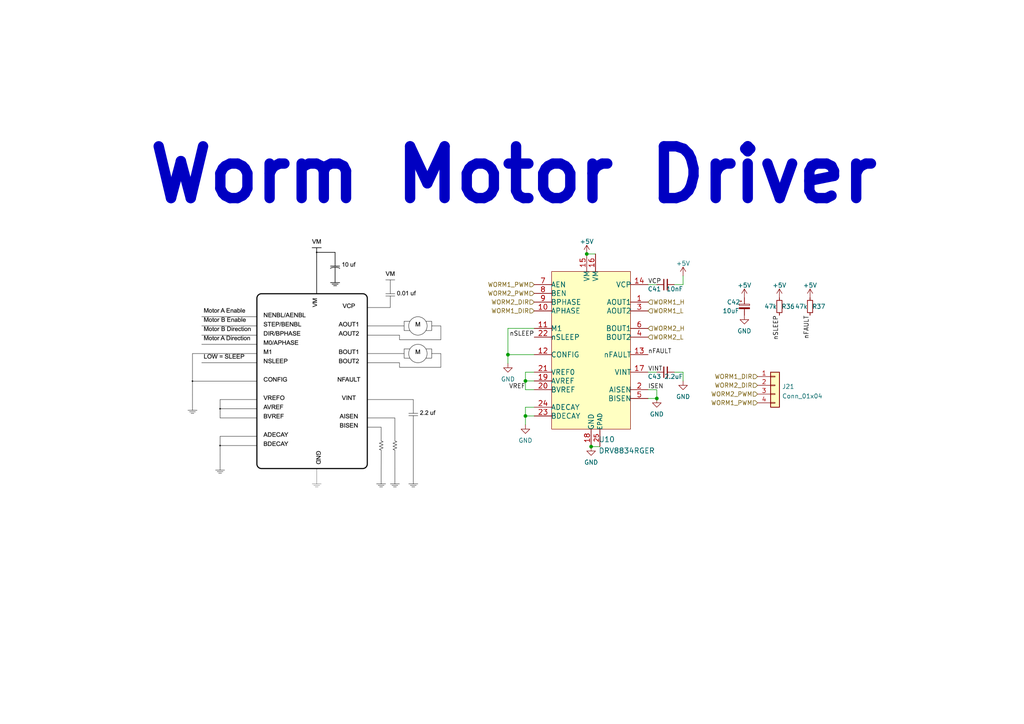
<source format=kicad_sch>
(kicad_sch (version 20211123) (generator eeschema)
  (paper "A4")
  (lib_symbols
    (symbol "Connector_Generic:Conn_01x04" (pin_names (offset 1.016) hide)
      (property "Reference" "J" (at 0 5.08 0))
      (property "Value" "Conn_01x04" (at 0 -7.62 0))
      (symbol "Conn_01x04_1_1"
        (rectangle (start -1.27 -4.953) (end 0 -5.207) (stroke (width 0.1524)))
        (rectangle (start -1.27 -2.413) (end 0 -2.667) (stroke (width 0.1524)))
        (rectangle (start -1.27 0.127) (end 0 -0.127) (stroke (width 0.1524)))
        (rectangle (start -1.27 2.667) (end 0 2.413) (stroke (width 0.1524)))
        (rectangle (start -1.27 3.81) (end 1.27 -6.35) (stroke (width 0.254)) (fill (type background)))
        (pin passive line (at -5.08 2.54 0) (length 3.81) (name "Pin_1") (number "1"))
        (pin passive line (at -5.08 0 0) (length 3.81) (name "Pin_2") (number "2"))
        (pin passive line (at -5.08 -2.54 0) (length 3.81) (name "Pin_3") (number "3"))
        (pin passive line (at -5.08 -5.08 0) (length 3.81) (name "Pin_4") (number "4"))
      )
    )
    (symbol "Device:C_Polarized_Small" (pin_numbers hide) (pin_names (offset 0.254) hide)
      (property "Reference" "C" (at 0.254 1.778 0))
      (property "Value" "C_Polarized_Small" (at 0.254 -2.032 0))
      (symbol "C_Polarized_Small_0_1"
        (rectangle (start -1.524 -0.3048) (end 1.524 -0.6858) (fill (type outline)))
        (rectangle (start -1.524 0.6858) (end 1.524 0.3048))
        (polyline (pts (xy -1.27 1.524) (xy -0.762 1.524)))
        (polyline (pts (xy -1.016 1.27) (xy -1.016 1.778)))
      )
      (symbol "C_Polarized_Small_1_1"
        (pin passive line (at 0 2.54 270) (length 1.8542) (name "~") (number "1"))
        (pin passive line (at 0 -2.54 90) (length 1.8542) (name "~") (number "2"))
      )
    )
    (symbol "Device:C_Small" (pin_numbers hide) (pin_names (offset 0.254) hide)
      (property "Reference" "C" (at 0.254 1.778 0))
      (property "Value" "C_Small" (at 0.254 -2.032 0))
      (symbol "C_Small_0_1"
        (polyline (pts (xy -1.524 -0.508) (xy 1.524 -0.508)) (stroke (width 0.3302)))
        (polyline (pts (xy -1.524 0.508) (xy 1.524 0.508)) (stroke (width 0.3048)))
      )
      (symbol "C_Small_1_1"
        (pin passive line (at 0 2.54 270) (length 2.032) (name "~") (number "1"))
        (pin passive line (at 0 -2.54 90) (length 2.032) (name "~") (number "2"))
      )
    )
    (symbol "Device:R_Small" (pin_numbers hide) (pin_names (offset 0.254) hide)
      (property "Reference" "R" (at 0.762 0.508 0))
      (property "Value" "R_Small" (at 0.762 -1.016 0))
      (symbol "R_Small_0_1"
        (rectangle (start -0.762 1.778) (end 0.762 -1.778) (stroke (width 0.2032)))
      )
      (symbol "R_Small_1_1"
        (pin passive line (at 0 2.54 270) (length 0.762) (name "~") (number "1"))
        (pin passive line (at 0 -2.54 90) (length 0.762) (name "~") (number "2"))
      )
    )
    (symbol "JPW_Symbols:DRV8834RGER" (pin_names (offset -0.254))
      (property "Reference" "U" (at 0 4.445 0))
      (property "Value" "DRV8834RGER" (at 10.795 24.765 0))
      (symbol "DRV8834RGER_1_1"
        (rectangle (start -11.43 24.13) (end 11.43 -21.59) (stroke (width 0.1524)) (fill (type background)))
        (pin output line (at 16.51 15.24 180) (length 5.08) (name "AOUT1") (number "1"))
        (pin input line (at -16.51 12.7 0) (length 5.08) (name "APHASE") (number "10"))
        (pin input line (at -16.51 7.62 0) (length 5.08) (name "M1") (number "11"))
        (pin input line (at -16.51 0 0) (length 5.08) (name "CONFIG") (number "12"))
        (pin input line (at 16.51 0 180) (length 5.08) (name "nFAULT") (number "13"))
        (pin bidirectional line (at 16.51 20.32 180) (length 5.08) (name "VCP") (number "14"))
        (pin power_in line (at -1.27 29.21 270) (length 5.08) (name "VM") (number "15"))
        (pin power_in line (at 1.27 29.21 270) (length 5.08) (name "VM") (number "16"))
        (pin input line (at 16.51 -5.08 180) (length 5.08) (name "VINT") (number "17"))
        (pin power_in line (at 0 -26.67 90) (length 5.08) (name "GND") (number "18"))
        (pin input line (at -16.51 -7.62 0) (length 5.08) (name "AVREF") (number "19"))
        (pin input line (at 16.51 -10.16 180) (length 5.08) (name "AISEN") (number "2"))
        (pin input line (at -16.51 -10.16 0) (length 5.08) (name "BVREF") (number "20"))
        (pin input line (at -16.51 -5.08 0) (length 5.08) (name "VREF0") (number "21"))
        (pin input line (at -16.51 5.08 0) (length 5.08) (name "nSLEEP") (number "22"))
        (pin input line (at -16.51 -17.78 0) (length 5.08) (name "BDECAY") (number "23"))
        (pin input line (at -16.51 -15.24 0) (length 5.08) (name "ADECAY") (number "24"))
        (pin input line (at 2.54 -26.67 90) (length 5.08) (name "EPAD") (number "25"))
        (pin output line (at 16.51 12.7 180) (length 5.08) (name "AOUT2") (number "3"))
        (pin output line (at 16.51 5.08 180) (length 5.08) (name "BOUT2") (number "4"))
        (pin input line (at 16.51 -12.7 180) (length 5.08) (name "BISEN") (number "5"))
        (pin output line (at 16.51 7.62 180) (length 5.08) (name "BOUT1") (number "6"))
        (pin input line (at -16.51 20.32 0) (length 5.08) (name "AEN") (number "7"))
        (pin input line (at -16.51 17.78 0) (length 5.08) (name "BEN") (number "8"))
        (pin input line (at -16.51 15.24 0) (length 5.08) (name "BPHASE") (number "9"))
      )
    )
    (symbol "power:+5V" (power) (pin_names (offset 0))
      (property "Value" "+5V" (at 0 3.556 0))
      (symbol "+5V_0_1"
        (polyline (pts (xy -0.762 1.27) (xy 0 2.54)))
        (polyline (pts (xy 0 0) (xy 0 2.54)))
        (polyline (pts (xy 0 2.54) (xy 0.762 1.27)))
      )
      (symbol "+5V_1_1"
        (pin power_in line (at 0 0 90) (length 0) hide (name "+5V") (number "1"))
      )
    )
    (symbol "power:GND" (power) (pin_names (offset 0))
      (property "Value" "GND" (at 0 -3.81 0))
      (symbol "GND_0_1"
        (polyline (pts (xy 0 0) (xy 0 -1.27) (xy 1.27 -1.27) (xy 0 -2.54) (xy -1.27 -1.27) (xy 0 -1.27)))
      )
      (symbol "GND_1_1"
        (pin power_in line (at 0 0 270) (length 0) hide (name "GND") (number "1"))
      )
    )
  )
  (junction (at 190.5 115.57))
  (junction (at 152.4 120.65))
  (junction (at 170.18 73.66))
  (junction (at 152.4 110.49))
  (junction (at 171.45 129.54))
  (junction (at 147.32 102.87))
  (wire (pts (xy 190.5 113.03) (xy 190.5 115.57)))
  (wire (pts (xy 152.4 120.65) (xy 152.4 123.19)))
  (wire (pts (xy 152.4 118.11) (xy 154.94 118.11)))
  (wire (pts (xy 147.32 95.25) (xy 147.32 102.87)))
  (wire (pts (xy 195.58 107.95) (xy 198.12 107.95)))
  (wire (pts (xy 170.18 73.66) (xy 172.72 73.66)))
  (wire (pts (xy 198.12 82.55) (xy 198.12 80.01)))
  (wire (pts (xy 152.4 107.95) (xy 152.4 110.49)))
  (wire (pts (xy 171.45 129.54) (xy 173.99 129.54)))
  (wire (pts (xy 187.96 113.03) (xy 190.5 113.03)))
  (wire (pts (xy 198.12 107.95) (xy 198.12 110.49)))
  (wire (pts (xy 152.4 110.49) (xy 152.4 113.03)))
  (wire (pts (xy 154.94 107.95) (xy 152.4 107.95)))
  (wire (pts (xy 154.94 120.65) (xy 152.4 120.65)))
  (wire (pts (xy 190.5 115.57) (xy 187.96 115.57)))
  (wire (pts (xy 147.32 102.87) (xy 154.94 102.87)))
  (wire (pts (xy 152.4 110.49) (xy 154.94 110.49)))
  (wire (pts (xy 195.58 82.55) (xy 198.12 82.55)))
  (wire (pts (xy 152.4 120.65) (xy 152.4 118.11)))
  (wire (pts (xy 187.96 107.95) (xy 190.5 107.95)))
  (wire (pts (xy 152.4 113.03) (xy 154.94 113.03)))
  (wire (pts (xy 147.32 102.87) (xy 147.32 105.41)))
  (wire (pts (xy 187.96 82.55) (xy 190.5 82.55)))
  (wire (pts (xy 154.94 95.25) (xy 147.32 95.25)))
  (image (at 91.44 105.41) (scale 0.75))
  (text "Worm Motor Driver" (at 41.91 59.69 0) (effects (font (size 15.0114 15.0114) (thickness 3.0023) bold) (justify left bottom)))
  (label "nFAULT" (at 234.95 91.44 270))
  (label "VREF" (at 152.4 113.03 180))
  (label "ISEN" (at 187.96 113.03 0))
  (label "VCP" (at 187.96 82.55 0))
  (label "nSLEEP" (at 226.06 91.44 270))
  (label "nSLEEP" (at 154.94 97.79 180))
  (label "nFAULT" (at 187.96 102.87 0))
  (label "VINT" (at 187.96 107.95 0))
  (hierarchical_label "WORM1_H" (shape input) (at 187.96 87.63 0))
  (hierarchical_label "WORM2_PWM" (shape input) (at 219.71 114.3 180))
  (hierarchical_label "WORM1_PWM" (shape input) (at 219.71 116.84 180))
  (hierarchical_label "WORM1_DIR" (shape input) (at 219.71 109.22 180))
  (hierarchical_label "WORM1_DIR" (shape input) (at 154.94 90.17 180))
  (hierarchical_label "WORM1_PWM" (shape input) (at 154.94 82.55 180))
  (hierarchical_label "WORM2_PWM" (shape input) (at 154.94 85.09 180))
  (hierarchical_label "WORM2_L" (shape input) (at 187.96 97.79 0))
  (hierarchical_label "WORM1_L" (shape input) (at 187.96 90.17 0))
  (hierarchical_label "WORM2_DIR" (shape input) (at 219.71 111.76 180))
  (hierarchical_label "WORM2_H" (shape input) (at 187.96 95.25 0))
  (hierarchical_label "WORM2_DIR" (shape input) (at 154.94 87.63 180))
  (symbol (lib_id "power:+5V") (at 234.95 86.36 0) (unit 1)
    (property "Reference" "#PWR0118" (effects hide))
    (property "Value" "+5V" (at 234.95 82.7555 0))
  )
  (symbol (lib_id "Connector_Generic:Conn_01x04") (at 224.79 111.76 0) (unit 1)
    (property "Reference" "J21" (at 226.822 112.1215 0) (effects (justify left)))
    (property "Value" "Conn_01x04" (at 226.822 114.8966 0) (effects (justify left)))
    (property "Footprint" "MyConnectors:SPI_Probe" (effects hide))
  )
  (symbol (lib_id "power:+5V") (at 215.9 86.36 0) (unit 1)
    (property "Reference" "#PWR0116" (effects hide))
    (property "Value" "+5V" (at 215.9 82.7555 0))
  )
  (symbol (lib_id "power:GND") (at 190.5 115.57 0) (mirror y) (unit 1)
    (property "Reference" "#PWR0122" (effects hide))
    (property "Value" "GND" (at 190.5 120.1325 0))
  )
  (symbol (lib_id "power:+5V") (at 170.18 73.66 0) (unit 1)
    (property "Reference" "#PWR0114" (effects hide))
    (property "Value" "+5V" (at 170.18 70.0555 0))
  )
  (symbol (lib_id "Device:C_Small") (at 193.04 82.55 90) (unit 1)
    (property "Reference" "C41" (at 191.77 83.82 90) (effects (justify left)))
    (property "Value" "10nF" (at 198.12 83.82 90) (effects (justify left)))
    (property "Footprint" "Capacitor_SMD:C_0402_1005Metric" (effects hide))
  )
  (symbol (lib_id "power:GND") (at 147.32 105.41 0) (unit 1)
    (property "Reference" "#PWR0120" (effects hide))
    (property "Value" "GND" (at 147.32 109.9725 0))
  )
  (symbol (lib_id "Device:R_Small") (at 226.06 88.9 180) (unit 1)
    (property "Reference" "R36" (at 228.6 88.9 0))
    (property "Value" "47k" (at 223.52 88.9 0))
    (property "Footprint" "Resistor_SMD:R_0402_1005Metric" (effects hide))
  )
  (symbol (lib_id "power:GND") (at 152.4 123.19 0) (unit 1)
    (property "Reference" "#PWR0123" (effects hide))
    (property "Value" "GND" (at 152.4 127.7525 0))
  )
  (symbol (lib_id "power:GND") (at 171.45 129.54 0) (unit 1)
    (property "Reference" "#PWR0124" (effects hide))
    (property "Value" "GND" (at 171.45 134.1025 0))
  )
  (symbol (lib_id "power:+5V") (at 226.06 86.36 0) (unit 1)
    (property "Reference" "#PWR0117" (effects hide))
    (property "Value" "+5V" (at 226.06 82.7555 0))
  )
  (symbol (lib_id "Device:C_Small") (at 193.04 107.95 90) (unit 1)
    (property "Reference" "C43" (at 191.77 109.22 90) (effects (justify left)))
    (property "Value" "2.2uF" (at 198.12 109.22 90) (effects (justify left)))
    (property "Footprint" "Capacitor_SMD:C_0402_1005Metric" (effects hide))
  )
  (symbol (lib_id "power:+5V") (at 198.12 80.01 0) (unit 1)
    (property "Reference" "#PWR0115" (effects hide))
    (property "Value" "+5V" (at 198.12 76.4055 0))
  )
  (symbol (lib_id "Device:C_Polarized_Small") (at 215.9 88.9 0) (unit 1)
    (property "Reference" "C42" (at 210.82 87.63 0) (effects (justify left)))
    (property "Value" "10uF" (at 209.55 90.17 0) (effects (justify left)))
    (property "Footprint" "Capacitor_Tantalum_SMD:CP_EIA-1608-08_AVX-J" (effects hide))
  )
  (symbol (lib_id "power:GND") (at 215.9 91.44 0) (mirror y) (unit 1)
    (property "Reference" "#PWR0119" (effects hide))
    (property "Value" "GND" (at 215.9 96.0025 0))
  )
  (symbol (lib_id "JPW_Symbols:DRV8834RGER") (at 171.45 102.87 0) (unit 1)
    (property "Reference" "U10" (at 173.5951 127.4457 0) (effects (font (size 1.524 1.524)) (justify left)))
    (property "Value" "DRV8834RGER" (at 173.5951 130.7247 0) (effects (font (size 1.524 1.524)) (justify left)))
    (property "Footprint" "JPW_Footprints:DRV8834RGER" (effects hide))
  )
  (symbol (lib_id "Device:R_Small") (at 234.95 88.9 180) (unit 1)
    (property "Reference" "R37" (at 237.49 88.9 0))
    (property "Value" "47k" (at 232.41 88.9 0))
    (property "Footprint" "Resistor_SMD:R_0402_1005Metric" (effects hide))
  )
  (symbol (lib_id "power:GND") (at 198.12 110.49 0) (mirror y) (unit 1)
    (property "Reference" "#PWR0121" (effects hide))
    (property "Value" "GND" (at 198.12 115.0525 0))
  )
)
</source>
